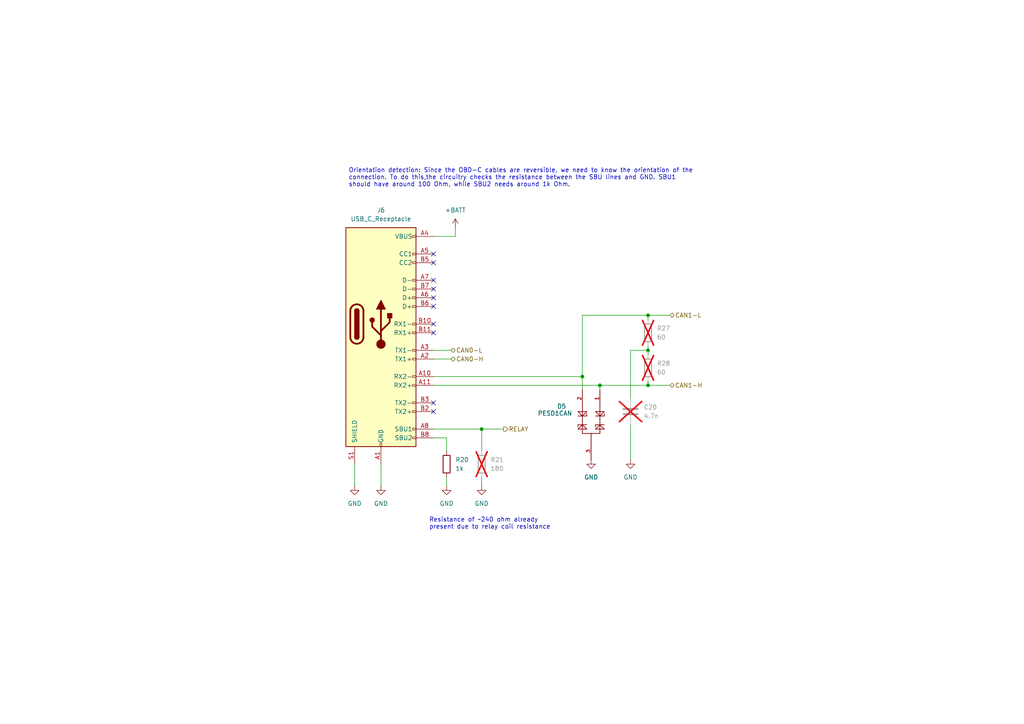
<source format=kicad_sch>
(kicad_sch (version 20250114) (generator "eeschema") (generator_version "9.0")
  (paper "A4")
  (lib_symbols
    (symbol "Connector:USB_C_Receptacle" (pin_names (offset 1.016))
      (property "Reference" "J" (at -10.16 29.21 0))
      (property "Value" "USB_C_Receptacle" (at 10.16 29.21 0))
      (symbol "USB_C_Receptacle_0_0"
        (rectangle (start -0.254 -35.56) (end 0.254 -34.544))
        (rectangle (start 10.16 25.654) (end 9.144 25.146))
        (rectangle (start 10.16 20.574) (end 9.144 20.066))
        (rectangle (start 10.16 18.034) (end 9.144 17.526))
        (rectangle (start 10.16 12.954) (end 9.144 12.446))
        (rectangle (start 10.16 10.414) (end 9.144 9.906))
        (rectangle (start 10.16 7.874) (end 9.144 7.366))
        (rectangle (start 10.16 5.334) (end 9.144 4.826))
        (rectangle (start 10.16 0.254) (end 9.144 -0.254))
        (rectangle (start 10.16 -2.286) (end 9.144 -2.794))
        (rectangle (start 10.16 -7.366) (end 9.144 -7.874))
        (rectangle (start 10.16 -9.906) (end 9.144 -10.414))
        (rectangle (start 10.16 -14.986) (end 9.144 -15.494))
        (rectangle (start 10.16 -17.526) (end 9.144 -18.034))
        (rectangle (start 10.16 -22.606) (end 9.144 -23.114))
        (rectangle (start 10.16 -25.146) (end 9.144 -25.654))
        (rectangle (start 10.16 -30.226) (end 9.144 -30.734))
        (rectangle (start 10.16 -32.766) (end 9.144 -33.274))
      )
      (symbol "USB_C_Receptacle_0_1"
        (rectangle (start -10.16 27.94) (end 10.16 -35.56) (stroke (width 0.254)) (fill (type background)))
        (polyline (pts (xy -8.89 -3.81) (xy -8.89 3.81)) (stroke (width 0.508)))
        (rectangle (start -7.62 -3.81) (end -6.35 3.81) (stroke (width 0.254)) (fill (type outline)))
        (arc (start -7.62 3.81) (mid -6.985 4.4423) (end -6.35 3.81) (stroke (width 0.254)))
        (arc (start -7.62 3.81) (mid -6.985 4.4423) (end -6.35 3.81) (stroke (width 0.254)) (fill (type outline)))
        (arc (start -8.89 3.81) (mid -6.985 5.7067) (end -5.08 3.81) (stroke (width 0.508)))
        (arc (start -5.08 -3.81) (mid -6.985 -5.7067) (end -8.89 -3.81) (stroke (width 0.508)))
        (arc (start -6.35 -3.81) (mid -6.985 -4.4423) (end -7.62 -3.81) (stroke (width 0.254)))
        (arc (start -6.35 -3.81) (mid -6.985 -4.4423) (end -7.62 -3.81) (stroke (width 0.254)) (fill (type outline)))
        (polyline (pts (xy -5.08 3.81) (xy -5.08 -3.81)) (stroke (width 0.508)))
      )
      (symbol "USB_C_Receptacle_1_1"
        (circle (center -2.54 1.143) (radius 0.635) (stroke (width 0.254)) (fill (type outline)))
        (polyline (pts (xy -1.27 4.318) (xy 0 6.858) (xy 1.27 4.318) (xy -1.27 4.318)) (stroke (width 0.254)) (fill (type outline)))
        (polyline (pts (xy 0 -2.032) (xy 2.54 0.508) (xy 2.54 1.778)) (stroke (width 0.508)))
        (polyline (pts (xy 0 -3.302) (xy -2.54 -0.762) (xy -2.54 0.508)) (stroke (width 0.508)))
        (polyline (pts (xy 0 -5.842) (xy 0 4.318)) (stroke (width 0.508)))
        (circle (center 0 -5.842) (radius 1.27) (fill (type outline)))
        (rectangle (start 1.905 1.778) (end 3.175 3.048) (stroke (width 0.254)) (fill (type outline)))
        (pin passive line (at -7.62 -40.64 90) (length 5.08) (name "SHIELD") (number "S1"))
        (pin passive line (at 0 -40.64 90) (length 5.08) (name "GND") (number "A1"))
        (pin passive line (at 0 -40.64 90) (length 5.08) (hide yes) (name "GND") (number "A12"))
        (pin passive line (at 0 -40.64 90) (length 5.08) (hide yes) (name "GND") (number "B1"))
        (pin passive line (at 0 -40.64 90) (length 5.08) (hide yes) (name "GND") (number "B12"))
        (pin passive line (at 15.24 25.4 180) (length 5.08) (name "VBUS") (number "A4"))
        (pin passive line (at 15.24 25.4 180) (length 5.08) (hide yes) (name "VBUS") (number "A9"))
        (pin passive line (at 15.24 25.4 180) (length 5.08) (hide yes) (name "VBUS") (number "B4"))
        (pin passive line (at 15.24 25.4 180) (length 5.08) (hide yes) (name "VBUS") (number "B9"))
        (pin bidirectional line (at 15.24 20.32 180) (length 5.08) (name "CC1") (number "A5"))
        (pin bidirectional line (at 15.24 17.78 180) (length 5.08) (name "CC2") (number "B5"))
        (pin bidirectional line (at 15.24 12.7 180) (length 5.08) (name "D-") (number "A7"))
        (pin bidirectional line (at 15.24 10.16 180) (length 5.08) (name "D-") (number "B7"))
        (pin bidirectional line (at 15.24 7.62 180) (length 5.08) (name "D+") (number "A6"))
        (pin bidirectional line (at 15.24 5.08 180) (length 5.08) (name "D+") (number "B6"))
        (pin bidirectional line (at 15.24 0 180) (length 5.08) (name "RX1-") (number "B10"))
        (pin bidirectional line (at 15.24 -2.54 180) (length 5.08) (name "RX1+") (number "B11"))
        (pin bidirectional line (at 15.24 -7.62 180) (length 5.08) (name "TX1-") (number "A3"))
        (pin bidirectional line (at 15.24 -10.16 180) (length 5.08) (name "TX1+") (number "A2"))
        (pin bidirectional line (at 15.24 -15.24 180) (length 5.08) (name "RX2-") (number "A10"))
        (pin bidirectional line (at 15.24 -17.78 180) (length 5.08) (name "RX2+") (number "A11"))
        (pin bidirectional line (at 15.24 -22.86 180) (length 5.08) (name "TX2-") (number "B3"))
        (pin bidirectional line (at 15.24 -25.4 180) (length 5.08) (name "TX2+") (number "B2"))
        (pin bidirectional line (at 15.24 -30.48 180) (length 5.08) (name "SBU1") (number "A8"))
        (pin bidirectional line (at 15.24 -33.02 180) (length 5.08) (name "SBU2") (number "B8"))
      )
    )
    (symbol "Device:C" (pin_numbers (hide yes)) (pin_names (offset 0.254))
      (property "Reference" "C" (at 0.635 2.54 0))
      (property "Value" "C" (at 0.635 -2.54 0))
      (symbol "C_0_1"
        (polyline (pts (xy -2.032 0.762) (xy 2.032 0.762)) (stroke (width 0.508)))
        (polyline (pts (xy -2.032 -0.762) (xy 2.032 -0.762)) (stroke (width 0.508)))
      )
      (symbol "C_1_1"
        (pin passive line (at 0 3.81 270) (length 2.794) (name "~") (number "1"))
        (pin passive line (at 0 -3.81 90) (length 2.794) (name "~") (number "2"))
      )
    )
    (symbol "Device:R" (pin_numbers (hide yes)) (pin_names (offset 0))
      (property "Reference" "R" (at 2.032 0 90))
      (property "Value" "R" (at 0 0 90))
      (symbol "R_0_1"
        (rectangle (start -1.016 -2.54) (end 1.016 2.54) (stroke (width 0.254)))
      )
      (symbol "R_1_1"
        (pin passive line (at 0 3.81 270) (length 1.27) (name "~") (number "1"))
        (pin passive line (at 0 -3.81 90) (length 1.27) (name "~") (number "2"))
      )
    )
    (symbol "PESD1CAN:PESD1CAN" (pin_names (offset 1.016))
      (property "Reference" "D" (at 0 11.4366 0))
      (property "Value" "PESD1CAN" (at 0 -2.542 0))
      (symbol "PESD1CAN_0_0"
        (polyline (pts (xy 0 7.62) (xy 1.27 7.62)) (stroke (width 0.2032)))
        (polyline (pts (xy 0 2.54) (xy 1.27 2.54)) (stroke (width 0.2032)))
        (polyline (pts (xy 1.27 8.89) (xy 2.54 7.62)) (stroke (width 0.2032)))
        (polyline (pts (xy 1.27 7.62) (xy 6.35 7.62)) (stroke (width 0.2032)))
        (polyline (pts (xy 1.27 6.35) (xy 1.27 8.89)) (stroke (width 0.2032)))
        (polyline (pts (xy 1.27 3.81) (xy 2.54 2.54)) (stroke (width 0.2032)))
        (polyline (pts (xy 1.27 2.54) (xy 6.35 2.54)) (stroke (width 0.2032)))
        (polyline (pts (xy 1.27 1.27) (xy 1.27 3.81)) (stroke (width 0.2032)))
        (polyline (pts (xy 2.54 8.89) (xy 1.905 8.89)) (stroke (width 0.2032)))
        (polyline (pts (xy 2.54 7.62) (xy 1.27 6.35)) (stroke (width 0.2032)))
        (polyline (pts (xy 2.54 7.62) (xy 2.54 8.89)) (stroke (width 0.2032)))
        (polyline (pts (xy 2.54 6.35) (xy 2.54 7.62)) (stroke (width 0.2032)))
        (polyline (pts (xy 2.54 3.81) (xy 1.905 3.81)) (stroke (width 0.2032)))
        (polyline (pts (xy 2.54 2.54) (xy 1.27 1.27)) (stroke (width 0.2032)))
        (polyline (pts (xy 2.54 2.54) (xy 2.54 3.81)) (stroke (width 0.2032)))
        (polyline (pts (xy 2.54 1.27) (xy 2.54 2.54)) (stroke (width 0.2032)))
        (polyline (pts (xy 5.08 8.89) (xy 5.08 7.62)) (stroke (width 0.2032)))
        (polyline (pts (xy 5.08 7.62) (xy 5.08 6.35)) (stroke (width 0.2032)))
        (polyline (pts (xy 5.08 7.62) (xy 6.35 6.35)) (stroke (width 0.2032)))
        (polyline (pts (xy 5.08 6.35) (xy 5.715 6.35)) (stroke (width 0.2032)))
        (polyline (pts (xy 5.08 3.81) (xy 5.08 2.54)) (stroke (width 0.2032)))
        (polyline (pts (xy 5.08 2.54) (xy 5.08 1.27)) (stroke (width 0.2032)))
        (polyline (pts (xy 5.08 2.54) (xy 6.35 1.27)) (stroke (width 0.2032)))
        (polyline (pts (xy 5.08 1.27) (xy 5.715 1.27)) (stroke (width 0.2032)))
        (polyline (pts (xy 6.35 8.89) (xy 5.08 7.62)) (stroke (width 0.2032)))
        (polyline (pts (xy 6.35 7.62) (xy 7.62 7.62)) (stroke (width 0.2032)))
        (polyline (pts (xy 6.35 6.35) (xy 6.35 8.89)) (stroke (width 0.2032)))
        (polyline (pts (xy 6.35 3.81) (xy 5.08 2.54)) (stroke (width 0.2032)))
        (polyline (pts (xy 6.35 2.54) (xy 7.62 2.54)) (stroke (width 0.2032)))
        (polyline (pts (xy 6.35 1.27) (xy 6.35 3.81)) (stroke (width 0.2032)))
        (polyline (pts (xy 7.62 7.62) (xy 7.62 5.08)) (stroke (width 0.2032)))
        (polyline (pts (xy 7.62 5.08) (xy 7.62 2.54)) (stroke (width 0.2032)))
        (polyline (pts (xy 7.62 5.08) (xy 10.16 5.08)) (stroke (width 0.2032)))
      )
      (symbol "PESD1CAN_1_0"
        (pin passive line (at -5.08 7.62 0) (length 5.08) (name "") (number "1"))
        (pin passive line (at -5.08 2.54 0) (length 5.08) (name "") (number "2"))
        (pin passive line (at 15.24 5.08 180) (length 5.08) (name "") (number "3"))
      )
    )
    (symbol "power:+BATT" (power) (pin_numbers (hide yes)) (pin_names (offset 0) (hide yes))
      (property "Value" "+BATT" (at 0 3.556 0))
      (symbol "+BATT_0_1"
        (polyline (pts (xy -0.762 1.27) (xy 0 2.54)))
        (polyline (pts (xy 0 2.54) (xy 0.762 1.27)))
        (polyline (pts (xy 0 0) (xy 0 2.54)))
      )
      (symbol "+BATT_1_1"
        (pin power_in line (at 0 0 90) (length 0) (name "~") (number "1"))
      )
    )
    (symbol "power:GND" (power) (pin_numbers (hide yes)) (pin_names (offset 0) (hide yes))
      (property "Value" "GND" (at 0 -3.81 0))
      (symbol "GND_0_1"
        (polyline (pts (xy 0 0) (xy 0 -1.27) (xy 1.27 -1.27) (xy 0 -2.54) (xy -1.27 -1.27) (xy 0 -1.27)))
      )
      (symbol "GND_1_1"
        (pin power_in line (at 0 0 270) (length 0) (name "~") (number "1"))
      )
    )
  )
  (text "Resistance of ~240 ohm already\npresent due to relay coil resistance" (at 124.46 151.892 0) (effects (font (size 1.27 1.27)) (justify left)))
  (text "Orientation detection: Since the OBD-C cables are reversible, we need to know the orientation of the\nconnection. To do this,the circuitry checks the resistance between the SBU lines and GND. SBU1\nshould have around 100 Ohm, while SBU2 needs around 1k Ohm." (at 101.092 51.562 0) (effects (font (size 1.27 1.27)) (justify left)))
  (junction (at 187.96 101.6))
  (junction (at 187.96 91.44))
  (junction (at 187.96 111.76))
  (junction (at 139.7 124.46))
  (junction (at 168.91 109.22))
  (junction (at 173.99 111.76))
  (no_connect (at 125.73 81.28))
  (no_connect (at 125.73 96.52))
  (no_connect (at 125.73 76.2))
  (no_connect (at 125.73 86.36))
  (no_connect (at 125.73 116.84))
  (no_connect (at 125.73 73.66))
  (no_connect (at 125.73 83.82))
  (no_connect (at 125.73 119.38))
  (no_connect (at 125.73 93.98))
  (no_connect (at 125.73 88.9))
  (wire (pts (xy 139.7 124.46) (xy 139.7 130.81)))
  (wire (pts (xy 187.96 91.44) (xy 194.31 91.44)))
  (wire (pts (xy 187.96 101.6) (xy 187.96 102.87)))
  (wire (pts (xy 139.7 124.46) (xy 146.05 124.46)))
  (wire (pts (xy 139.7 138.43) (xy 139.7 140.97)))
  (wire (pts (xy 173.99 111.76) (xy 125.73 111.76)))
  (wire (pts (xy 132.08 66.04) (xy 132.08 68.58)))
  (wire (pts (xy 168.91 109.22) (xy 168.91 113.03)))
  (wire (pts (xy 182.88 115.57) (xy 182.88 101.6)))
  (wire (pts (xy 187.96 110.49) (xy 187.96 111.76)))
  (wire (pts (xy 129.54 127) (xy 129.54 130.81)))
  (wire (pts (xy 168.91 109.22) (xy 125.73 109.22)))
  (wire (pts (xy 187.96 92.71) (xy 187.96 91.44)))
  (wire (pts (xy 130.81 101.6) (xy 125.73 101.6)))
  (wire (pts (xy 102.87 134.62) (xy 102.87 140.97)))
  (wire (pts (xy 182.88 101.6) (xy 187.96 101.6)))
  (wire (pts (xy 187.96 100.33) (xy 187.96 101.6)))
  (wire (pts (xy 125.73 127) (xy 129.54 127)))
  (wire (pts (xy 173.99 111.76) (xy 187.96 111.76)))
  (wire (pts (xy 125.73 124.46) (xy 139.7 124.46)))
  (wire (pts (xy 168.91 91.44) (xy 168.91 109.22)))
  (wire (pts (xy 173.99 111.76) (xy 173.99 113.03)))
  (wire (pts (xy 110.49 140.97) (xy 110.49 134.62)))
  (wire (pts (xy 182.88 123.19) (xy 182.88 133.35)))
  (wire (pts (xy 168.91 91.44) (xy 187.96 91.44)))
  (wire (pts (xy 129.54 138.43) (xy 129.54 140.97)))
  (wire (pts (xy 130.81 104.14) (xy 125.73 104.14)))
  (wire (pts (xy 187.96 111.76) (xy 194.31 111.76)))
  (wire (pts (xy 132.08 68.58) (xy 125.73 68.58)))
  (hierarchical_label "CAN0-H" (shape bidirectional) (at 130.81 104.14 0))
  (hierarchical_label "RELAY" (shape output) (at 146.05 124.46 0))
  (hierarchical_label "CAN1-L" (shape bidirectional) (at 194.31 91.44 0))
  (hierarchical_label "CAN0-L" (shape bidirectional) (at 130.81 101.6 0))
  (hierarchical_label "CAN1-H" (shape bidirectional) (at 194.31 111.76 0))
  (symbol (lib_id "Device:R") (at 129.54 134.62 0) (unit 1)
    (property "Reference" "R20" (at 132.08 133.3499 0) (effects (justify left)))
    (property "Value" "1k" (at 132.08 135.8899 0) (effects (justify left)))
    (property "Footprint" "Resistor_SMD:R_0402_1005Metric" (effects (hide yes)))
    (property "Description" "Resistor" (effects (hide yes)))
    (property "LCSC" "C106235" (effects (hide yes)))
  )
  (symbol (lib_id "power:GND") (at 139.7 140.97 0) (unit 1)
    (property "Reference" "#PWR097" (effects (hide yes)))
    (property "Value" "GND" (at 139.7 146.05 0))
    (property "Description" "Power symbol creates a global label with name \"GND\" , ground" (effects (hide yes)))
  )
  (symbol (lib_id "power:+BATT") (at 132.08 66.04 0) (unit 1)
    (property "Reference" "#PWR014" (effects (hide yes)))
    (property "Value" "+BATT" (at 132.08 60.96 0))
    (property "Description" "Power symbol creates a global label with name \"+BATT\"" (effects (hide yes)))
  )
  (symbol (lib_id "power:GND") (at 110.49 140.97 0) (unit 1)
    (property "Reference" "#PWR095" (effects (hide yes)))
    (property "Value" "GND" (at 110.49 146.05 0))
    (property "Description" "Power symbol creates a global label with name \"GND\" , ground" (effects (hide yes)))
  )
  (symbol (lib_id "Device:R") (at 187.96 96.52 0) (unit 1) (dnp yes)
    (property "Reference" "R27" (at 190.5 95.2499 0) (effects (justify left)))
    (property "Value" "60" (at 190.5 97.7899 0) (effects (justify left)))
    (property "Footprint" "Resistor_SMD:R_0402_1005Metric" (effects (hide yes)))
    (property "Description" "Resistor" (effects (hide yes)))
    (property "LCSC" "C137954" (effects (hide yes)))
  )
  (symbol (lib_id "Device:R") (at 139.7 134.62 0) (unit 1) (dnp yes)
    (property "Reference" "R21" (at 142.24 133.3499 0) (effects (justify left)))
    (property "Value" "180" (at 142.24 135.8899 0) (effects (justify left)))
    (property "Footprint" "Resistor_SMD:R_0402_1005Metric" (effects (hide yes)))
    (property "Description" "Resistor" (effects (hide yes)))
    (property "LCSC" "C138045" (effects (hide yes)))
  )
  (symbol (lib_id "power:GND") (at 182.88 133.35 0) (unit 1)
    (property "Reference" "#PWR0100" (effects (hide yes)))
    (property "Value" "GND" (at 182.88 138.43 0))
    (property "Description" "Power symbol creates a global label with name \"GND\" , ground" (effects (hide yes)))
  )
  (symbol (lib_id "power:GND") (at 171.45 133.35 0) (unit 1)
    (property "Reference" "#PWR099" (effects (hide yes)))
    (property "Value" "GND" (at 171.45 138.43 0))
    (property "Description" "Power symbol creates a global label with name \"GND\" , ground" (effects (hide yes)))
  )
  (symbol (lib_id "Device:C") (at 182.88 119.38 0) (unit 1) (dnp yes)
    (property "Reference" "C20" (at 186.69 118.1099 0) (effects (justify left)))
    (property "Value" "4.7n" (at 186.69 120.6499 0) (effects (justify left)))
    (property "Footprint" "Capacitor_SMD:C_0402_1005Metric" (effects (hide yes)))
    (property "Description" "Unpolarized capacitor" (effects (hide yes)))
    (property "LCSC" "C106208" (effects (hide yes)))
  )
  (symbol (lib_id "PESD1CAN:PESD1CAN") (at 166.37 118.11 270) (unit 1)
    (property "Reference" "D5" (at 161.544 117.856 90) (effects (justify left)))
    (property "Value" "PESD1CAN" (at 155.956 119.888 90) (effects (justify left)))
    (property "Footprint" "Package_TO_SOT_SMD:SOT-23" (effects (hide yes)))
    (property "PROD_ID" "DIO-12501" (effects (hide yes)))
    (property "LCSC" "C15771" (effects (hide yes)))
  )
  (symbol (lib_id "power:GND") (at 129.54 140.97 0) (unit 1)
    (property "Reference" "#PWR096" (effects (hide yes)))
    (property "Value" "GND" (at 129.54 146.05 0))
    (property "Description" "Power symbol creates a global label with name \"GND\" , ground" (effects (hide yes)))
  )
  (symbol (lib_id "Connector:USB_C_Receptacle") (at 110.49 93.98 0) (unit 1)
    (property "Reference" "J6" (at 110.49 60.96 0))
    (property "Value" "USB_C_Receptacle" (at 110.49 63.5 0))
    (property "Footprint" "Connector_USB:USB_C_Receptacle_Amphenol_12401610E4-2A" (effects (hide yes)))
    (property "Datasheet" "https://www.usb.org/sites/default/files/documents/usb_type-c.zip" (effects (hide yes)))
    (property "Description" "USB Full-Featured Type-C Receptacle connector" (effects (hide yes)))
    (property "LCSC" "C5119948" (effects (hide yes)))
  )
  (symbol (lib_id "power:GND") (at 102.87 140.97 0) (unit 1)
    (property "Reference" "#PWR098" (effects (hide yes)))
    (property "Value" "GND" (at 102.87 146.05 0))
    (property "Description" "Power symbol creates a global label with name \"GND\" , ground" (effects (hide yes)))
  )
  (symbol (lib_id "Device:R") (at 187.96 106.68 0) (unit 1) (dnp yes)
    (property "Reference" "R28" (at 190.5 105.4099 0) (effects (justify left)))
    (property "Value" "60" (at 190.5 107.9499 0) (effects (justify left)))
    (property "Footprint" "Resistor_SMD:R_0402_1005Metric" (effects (hide yes)))
    (property "Description" "Resistor" (effects (hide yes)))
    (property "LCSC" "C137954" (effects (hide yes)))
  )
)
</source>
